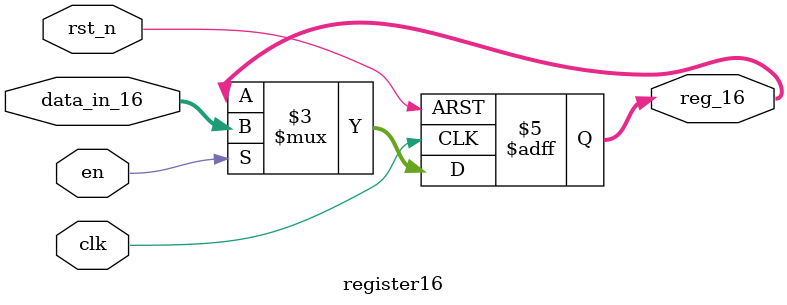
<source format=sv>
module register16 (
    input logic clk,         
    input logic rst_n,        // Asynchronous active-low reset
    
    
    
    input logic [15:0] data_in_16, 
    input logic en,
    output logic [15:0] reg_16  
);

    
    
    // 16-bit register
    always_ff @(posedge clk or negedge rst_n) begin
        if (!rst_n)
            reg_16 <= 16'b0; 
        else if (en)
            reg_16 <= data_in_16;
        
            
    end

endmodule


</source>
